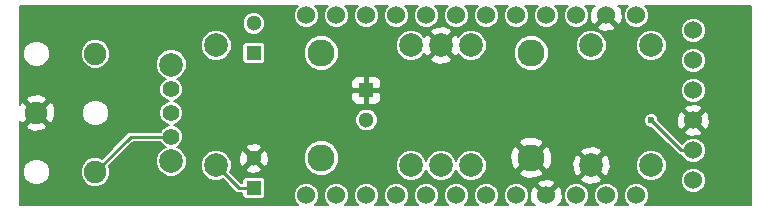
<source format=gbl>
G04 #@! TF.FileFunction,Copper,L2,Bot,Signal*
%FSLAX46Y46*%
G04 Gerber Fmt 4.6, Leading zero omitted, Abs format (unit mm)*
G04 Created by KiCad (PCBNEW no-vcs-found-product) date Thu 23 Jul 2015 04:44:35 PM CDT*
%MOMM*%
G01*
G04 APERTURE LIST*
%ADD10C,0.127000*%
%ADD11R,1.300000X1.300000*%
%ADD12C,1.300000*%
%ADD13C,1.900000*%
%ADD14C,2.286000*%
%ADD15C,1.998980*%
%ADD16C,1.397000*%
%ADD17C,2.000000*%
%ADD18C,1.524000*%
%ADD19C,0.600000*%
%ADD20C,0.250000*%
%ADD21C,0.203200*%
G04 APERTURE END LIST*
D10*
D11*
X151765000Y-120650000D03*
D12*
X151765000Y-118150000D03*
D11*
X151765000Y-109220000D03*
D12*
X151765000Y-106720000D03*
D11*
X161290000Y-112395000D03*
D12*
X161290000Y-114895000D03*
D13*
X133350000Y-114300000D03*
X138350000Y-119300000D03*
X138350000Y-109300000D03*
D14*
X175260000Y-118110000D03*
X175260000Y-109220000D03*
D15*
X185420000Y-118745000D03*
X185420000Y-108585000D03*
X180340000Y-108585000D03*
X180340000Y-118745000D03*
X148590000Y-108585000D03*
X148590000Y-118745000D03*
X165100000Y-118745000D03*
X165100000Y-108585000D03*
X170180000Y-118745000D03*
X170180000Y-108585000D03*
X167640000Y-108585000D03*
X167640000Y-118745000D03*
D16*
X144780000Y-114300000D03*
X144780000Y-116300000D03*
X144780000Y-112300000D03*
D17*
X144780000Y-110200000D03*
X144780000Y-118400000D03*
D18*
X188976000Y-107315000D03*
X188976000Y-109855000D03*
X188976000Y-112395000D03*
X188976000Y-114935000D03*
X188976000Y-117475000D03*
X188976000Y-120015000D03*
X171450000Y-106045000D03*
X168910000Y-106045000D03*
X166370000Y-106045000D03*
X163830000Y-106045000D03*
X161290000Y-106045000D03*
X158750000Y-106045000D03*
X156210000Y-106045000D03*
X173990000Y-106045000D03*
X176530000Y-106045000D03*
X179070000Y-106045000D03*
X181610000Y-106045000D03*
X184150000Y-106045000D03*
X184150000Y-121285000D03*
X181610000Y-121285000D03*
X179070000Y-121285000D03*
X176530000Y-121285000D03*
X173990000Y-121285000D03*
X168910000Y-121285000D03*
X171450000Y-121285000D03*
X166370000Y-121285000D03*
X163830000Y-121285000D03*
X161290000Y-121285000D03*
X158750000Y-121285000D03*
X156210000Y-121285000D03*
D14*
X157480000Y-118110000D03*
X157480000Y-109220000D03*
D19*
X185420000Y-114935000D03*
D20*
X151765000Y-120650000D02*
X150495000Y-120650000D01*
X150495000Y-120650000D02*
X148590000Y-118745000D01*
X144780000Y-116300000D02*
X141350000Y-116300000D01*
X141350000Y-116300000D02*
X138350000Y-119300000D01*
X187960000Y-117475000D02*
X188976000Y-117475000D01*
X185420000Y-114935000D02*
X187960000Y-117475000D01*
D21*
G36*
X155306138Y-105439917D02*
X155143385Y-105831869D01*
X155143015Y-106256269D01*
X155305084Y-106648504D01*
X155604917Y-106948862D01*
X155996869Y-107111615D01*
X156421269Y-107111985D01*
X156813504Y-106949916D01*
X157113862Y-106650083D01*
X157276615Y-106258131D01*
X157276985Y-105833731D01*
X157114916Y-105441496D01*
X156931341Y-105257600D01*
X158028774Y-105257600D01*
X157846138Y-105439917D01*
X157683385Y-105831869D01*
X157683015Y-106256269D01*
X157845084Y-106648504D01*
X158144917Y-106948862D01*
X158536869Y-107111615D01*
X158961269Y-107111985D01*
X159353504Y-106949916D01*
X159653862Y-106650083D01*
X159816615Y-106258131D01*
X159816985Y-105833731D01*
X159654916Y-105441496D01*
X159471341Y-105257600D01*
X160568774Y-105257600D01*
X160386138Y-105439917D01*
X160223385Y-105831869D01*
X160223015Y-106256269D01*
X160385084Y-106648504D01*
X160684917Y-106948862D01*
X161076869Y-107111615D01*
X161501269Y-107111985D01*
X161893504Y-106949916D01*
X162193862Y-106650083D01*
X162356615Y-106258131D01*
X162356985Y-105833731D01*
X162194916Y-105441496D01*
X162011341Y-105257600D01*
X163108774Y-105257600D01*
X162926138Y-105439917D01*
X162763385Y-105831869D01*
X162763015Y-106256269D01*
X162925084Y-106648504D01*
X163224917Y-106948862D01*
X163616869Y-107111615D01*
X164041269Y-107111985D01*
X164433504Y-106949916D01*
X164733862Y-106650083D01*
X164896615Y-106258131D01*
X164896985Y-105833731D01*
X164734916Y-105441496D01*
X164551341Y-105257600D01*
X165648774Y-105257600D01*
X165466138Y-105439917D01*
X165303385Y-105831869D01*
X165303015Y-106256269D01*
X165465084Y-106648504D01*
X165764917Y-106948862D01*
X166156869Y-107111615D01*
X166581269Y-107111985D01*
X166973504Y-106949916D01*
X167273862Y-106650083D01*
X167436615Y-106258131D01*
X167436985Y-105833731D01*
X167274916Y-105441496D01*
X167091341Y-105257600D01*
X168188774Y-105257600D01*
X168006138Y-105439917D01*
X167843385Y-105831869D01*
X167843015Y-106256269D01*
X168005084Y-106648504D01*
X168304917Y-106948862D01*
X168696869Y-107111615D01*
X169121269Y-107111985D01*
X169513504Y-106949916D01*
X169813862Y-106650083D01*
X169976615Y-106258131D01*
X169976985Y-105833731D01*
X169814916Y-105441496D01*
X169631341Y-105257600D01*
X170728774Y-105257600D01*
X170546138Y-105439917D01*
X170383385Y-105831869D01*
X170383015Y-106256269D01*
X170545084Y-106648504D01*
X170844917Y-106948862D01*
X171236869Y-107111615D01*
X171661269Y-107111985D01*
X172053504Y-106949916D01*
X172353862Y-106650083D01*
X172516615Y-106258131D01*
X172516985Y-105833731D01*
X172354916Y-105441496D01*
X172171341Y-105257600D01*
X173268774Y-105257600D01*
X173086138Y-105439917D01*
X172923385Y-105831869D01*
X172923015Y-106256269D01*
X173085084Y-106648504D01*
X173384917Y-106948862D01*
X173776869Y-107111615D01*
X174201269Y-107111985D01*
X174593504Y-106949916D01*
X174893862Y-106650083D01*
X175056615Y-106258131D01*
X175056985Y-105833731D01*
X174894916Y-105441496D01*
X174711341Y-105257600D01*
X175808774Y-105257600D01*
X175626138Y-105439917D01*
X175463385Y-105831869D01*
X175463015Y-106256269D01*
X175625084Y-106648504D01*
X175924917Y-106948862D01*
X176316869Y-107111615D01*
X176741269Y-107111985D01*
X177133504Y-106949916D01*
X177433862Y-106650083D01*
X177596615Y-106258131D01*
X177596985Y-105833731D01*
X177434916Y-105441496D01*
X177251341Y-105257600D01*
X178348774Y-105257600D01*
X178166138Y-105439917D01*
X178003385Y-105831869D01*
X178003015Y-106256269D01*
X178165084Y-106648504D01*
X178464917Y-106948862D01*
X178856869Y-107111615D01*
X179281269Y-107111985D01*
X179486335Y-107027253D01*
X180843273Y-107027253D01*
X180916190Y-107259227D01*
X181433667Y-107432310D01*
X181977990Y-107394186D01*
X182303810Y-107259227D01*
X182376727Y-107027253D01*
X181610000Y-106260526D01*
X180843273Y-107027253D01*
X179486335Y-107027253D01*
X179673504Y-106949916D01*
X179973862Y-106650083D01*
X180136615Y-106258131D01*
X180136985Y-105833731D01*
X179974916Y-105441496D01*
X179791341Y-105257600D01*
X180607071Y-105257600D01*
X180627745Y-105278274D01*
X180395773Y-105351190D01*
X180222690Y-105868667D01*
X180260814Y-106412990D01*
X180395773Y-106738810D01*
X180627747Y-106811727D01*
X181394474Y-106045000D01*
X181380332Y-106030858D01*
X181595858Y-105815332D01*
X181610000Y-105829474D01*
X181624143Y-105815332D01*
X181839669Y-106030858D01*
X181825526Y-106045000D01*
X182592253Y-106811727D01*
X182824227Y-106738810D01*
X182997310Y-106221333D01*
X182959186Y-105677010D01*
X182824227Y-105351190D01*
X182592255Y-105278274D01*
X182612929Y-105257600D01*
X183428774Y-105257600D01*
X183246138Y-105439917D01*
X183083385Y-105831869D01*
X183083015Y-106256269D01*
X183245084Y-106648504D01*
X183544917Y-106948862D01*
X183936869Y-107111615D01*
X184361269Y-107111985D01*
X184753504Y-106949916D01*
X185053862Y-106650083D01*
X185216615Y-106258131D01*
X185216985Y-105833731D01*
X185054916Y-105441496D01*
X184871341Y-105257600D01*
X193827400Y-105257600D01*
X193827400Y-122072400D01*
X184871226Y-122072400D01*
X185053862Y-121890083D01*
X185216615Y-121498131D01*
X185216985Y-121073731D01*
X185054916Y-120681496D01*
X184755083Y-120381138D01*
X184382118Y-120226269D01*
X187909015Y-120226269D01*
X188071084Y-120618504D01*
X188370917Y-120918862D01*
X188762869Y-121081615D01*
X189187269Y-121081985D01*
X189579504Y-120919916D01*
X189879862Y-120620083D01*
X190042615Y-120228131D01*
X190042985Y-119803731D01*
X189880916Y-119411496D01*
X189581083Y-119111138D01*
X189189131Y-118948385D01*
X188764731Y-118948015D01*
X188372496Y-119110084D01*
X188072138Y-119409917D01*
X187909385Y-119801869D01*
X187909015Y-120226269D01*
X184382118Y-120226269D01*
X184363131Y-120218385D01*
X183938731Y-120218015D01*
X183546496Y-120380084D01*
X183246138Y-120679917D01*
X183083385Y-121071869D01*
X183083015Y-121496269D01*
X183245084Y-121888504D01*
X183428659Y-122072400D01*
X182331226Y-122072400D01*
X182513862Y-121890083D01*
X182676615Y-121498131D01*
X182676985Y-121073731D01*
X182514916Y-120681496D01*
X182215083Y-120381138D01*
X181823131Y-120218385D01*
X181398731Y-120218015D01*
X181006496Y-120380084D01*
X180706138Y-120679917D01*
X180543385Y-121071869D01*
X180543015Y-121496269D01*
X180705084Y-121888504D01*
X180888659Y-122072400D01*
X179791226Y-122072400D01*
X179973862Y-121890083D01*
X180136615Y-121498131D01*
X180136985Y-121073731D01*
X179974916Y-120681496D01*
X179675083Y-120381138D01*
X179283131Y-120218385D01*
X178858731Y-120218015D01*
X178466496Y-120380084D01*
X178166138Y-120679917D01*
X178003385Y-121071869D01*
X178003015Y-121496269D01*
X178165084Y-121888504D01*
X178348659Y-122072400D01*
X177532929Y-122072400D01*
X177512255Y-122051726D01*
X177744227Y-121978810D01*
X177917310Y-121461333D01*
X177879186Y-120917010D01*
X177744227Y-120591190D01*
X177512253Y-120518273D01*
X176745526Y-121285000D01*
X176759669Y-121299143D01*
X176544143Y-121514669D01*
X176530000Y-121500526D01*
X176515858Y-121514669D01*
X176300332Y-121299143D01*
X176314474Y-121285000D01*
X175547747Y-120518273D01*
X175315773Y-120591190D01*
X175142690Y-121108667D01*
X175180814Y-121652990D01*
X175315773Y-121978810D01*
X175547745Y-122051726D01*
X175527071Y-122072400D01*
X174711226Y-122072400D01*
X174893862Y-121890083D01*
X175056615Y-121498131D01*
X175056985Y-121073731D01*
X174894916Y-120681496D01*
X174595083Y-120381138D01*
X174406297Y-120302747D01*
X175763273Y-120302747D01*
X176530000Y-121069474D01*
X177296727Y-120302747D01*
X177223810Y-120070773D01*
X176711915Y-119899557D01*
X179400969Y-119899557D01*
X179503136Y-120156124D01*
X180106852Y-120368963D01*
X180746064Y-120334568D01*
X181176864Y-120156124D01*
X181279031Y-119899557D01*
X180340000Y-118960526D01*
X179400969Y-119899557D01*
X176711915Y-119899557D01*
X176706333Y-119897690D01*
X176162010Y-119935814D01*
X175836190Y-120070773D01*
X175763273Y-120302747D01*
X174406297Y-120302747D01*
X174203131Y-120218385D01*
X173778731Y-120218015D01*
X173386496Y-120380084D01*
X173086138Y-120679917D01*
X172923385Y-121071869D01*
X172923015Y-121496269D01*
X173085084Y-121888504D01*
X173268659Y-122072400D01*
X172171226Y-122072400D01*
X172353862Y-121890083D01*
X172516615Y-121498131D01*
X172516985Y-121073731D01*
X172354916Y-120681496D01*
X172055083Y-120381138D01*
X171663131Y-120218385D01*
X171238731Y-120218015D01*
X170846496Y-120380084D01*
X170546138Y-120679917D01*
X170383385Y-121071869D01*
X170383015Y-121496269D01*
X170545084Y-121888504D01*
X170728659Y-122072400D01*
X169631226Y-122072400D01*
X169813862Y-121890083D01*
X169976615Y-121498131D01*
X169976985Y-121073731D01*
X169814916Y-120681496D01*
X169515083Y-120381138D01*
X169123131Y-120218385D01*
X168698731Y-120218015D01*
X168306496Y-120380084D01*
X168006138Y-120679917D01*
X167843385Y-121071869D01*
X167843015Y-121496269D01*
X168005084Y-121888504D01*
X168188659Y-122072400D01*
X167091226Y-122072400D01*
X167273862Y-121890083D01*
X167436615Y-121498131D01*
X167436985Y-121073731D01*
X167274916Y-120681496D01*
X166975083Y-120381138D01*
X166583131Y-120218385D01*
X166158731Y-120218015D01*
X165766496Y-120380084D01*
X165466138Y-120679917D01*
X165303385Y-121071869D01*
X165303015Y-121496269D01*
X165465084Y-121888504D01*
X165648659Y-122072400D01*
X164551226Y-122072400D01*
X164733862Y-121890083D01*
X164896615Y-121498131D01*
X164896985Y-121073731D01*
X164734916Y-120681496D01*
X164435083Y-120381138D01*
X164043131Y-120218385D01*
X163618731Y-120218015D01*
X163226496Y-120380084D01*
X162926138Y-120679917D01*
X162763385Y-121071869D01*
X162763015Y-121496269D01*
X162925084Y-121888504D01*
X163108659Y-122072400D01*
X162011226Y-122072400D01*
X162193862Y-121890083D01*
X162356615Y-121498131D01*
X162356985Y-121073731D01*
X162194916Y-120681496D01*
X161895083Y-120381138D01*
X161503131Y-120218385D01*
X161078731Y-120218015D01*
X160686496Y-120380084D01*
X160386138Y-120679917D01*
X160223385Y-121071869D01*
X160223015Y-121496269D01*
X160385084Y-121888504D01*
X160568659Y-122072400D01*
X159471226Y-122072400D01*
X159653862Y-121890083D01*
X159816615Y-121498131D01*
X159816985Y-121073731D01*
X159654916Y-120681496D01*
X159355083Y-120381138D01*
X158963131Y-120218385D01*
X158538731Y-120218015D01*
X158146496Y-120380084D01*
X157846138Y-120679917D01*
X157683385Y-121071869D01*
X157683015Y-121496269D01*
X157845084Y-121888504D01*
X158028659Y-122072400D01*
X156931226Y-122072400D01*
X157113862Y-121890083D01*
X157276615Y-121498131D01*
X157276985Y-121073731D01*
X157114916Y-120681496D01*
X156815083Y-120381138D01*
X156423131Y-120218385D01*
X155998731Y-120218015D01*
X155606496Y-120380084D01*
X155306138Y-120679917D01*
X155143385Y-121071869D01*
X155143015Y-121496269D01*
X155305084Y-121888504D01*
X155488659Y-122072400D01*
X131927600Y-122072400D01*
X131927600Y-119523745D01*
X132220004Y-119523745D01*
X132391644Y-119939144D01*
X132709184Y-120257239D01*
X133124283Y-120429603D01*
X133573745Y-120429996D01*
X133989144Y-120258356D01*
X134307239Y-119940816D01*
X134470143Y-119548500D01*
X137094983Y-119548500D01*
X137285612Y-120009859D01*
X137638285Y-120363147D01*
X138099310Y-120554582D01*
X138598500Y-120555017D01*
X139059859Y-120364388D01*
X139413147Y-120011715D01*
X139604582Y-119550690D01*
X139605017Y-119051500D01*
X139488448Y-118769380D01*
X141528029Y-116729800D01*
X143872018Y-116729800D01*
X143928948Y-116867581D01*
X144210934Y-117150061D01*
X144299387Y-117186790D01*
X144041856Y-117293199D01*
X143674489Y-117659925D01*
X143475427Y-118139320D01*
X143474974Y-118658402D01*
X143673199Y-119138144D01*
X144039925Y-119505511D01*
X144519320Y-119704573D01*
X145038402Y-119705026D01*
X145518144Y-119506801D01*
X145885511Y-119140075D01*
X145942304Y-119003301D01*
X147285484Y-119003301D01*
X147483632Y-119482856D01*
X147850214Y-119850079D01*
X148329422Y-120049064D01*
X148848301Y-120049516D01*
X149158511Y-119921340D01*
X150191086Y-120953915D01*
X150330523Y-121047083D01*
X150495000Y-121079800D01*
X150804229Y-121079800D01*
X150804229Y-121300000D01*
X150826778Y-121416219D01*
X150893877Y-121518365D01*
X150995173Y-121586741D01*
X151115000Y-121610771D01*
X152415000Y-121610771D01*
X152531219Y-121588222D01*
X152633365Y-121521123D01*
X152701741Y-121419827D01*
X152725771Y-121300000D01*
X152725771Y-120000000D01*
X152703222Y-119883781D01*
X152636123Y-119781635D01*
X152534827Y-119713259D01*
X152415000Y-119689229D01*
X151115000Y-119689229D01*
X150998781Y-119711778D01*
X150896635Y-119778877D01*
X150828259Y-119880173D01*
X150804229Y-120000000D01*
X150804229Y-120220200D01*
X150673029Y-120220200D01*
X149766240Y-119313412D01*
X149875272Y-119050833D01*
X151079693Y-119050833D01*
X151138748Y-119271239D01*
X151615499Y-119425546D01*
X152115009Y-119385663D01*
X152391252Y-119271239D01*
X152450307Y-119050833D01*
X151765000Y-118365526D01*
X151079693Y-119050833D01*
X149875272Y-119050833D01*
X149894064Y-119005578D01*
X149894516Y-118486699D01*
X149696368Y-118007144D01*
X149689735Y-118000499D01*
X150489454Y-118000499D01*
X150529337Y-118500009D01*
X150643761Y-118776252D01*
X150864167Y-118835307D01*
X151549474Y-118150000D01*
X151980526Y-118150000D01*
X152665833Y-118835307D01*
X152886239Y-118776252D01*
X153005823Y-118406782D01*
X155981141Y-118406782D01*
X156208808Y-118957780D01*
X156630003Y-119379710D01*
X157180602Y-119608339D01*
X157776782Y-119608859D01*
X158327780Y-119381192D01*
X158706330Y-119003301D01*
X163795484Y-119003301D01*
X163993632Y-119482856D01*
X164360214Y-119850079D01*
X164839422Y-120049064D01*
X165358301Y-120049516D01*
X165837856Y-119851368D01*
X166205079Y-119484786D01*
X166370161Y-119087226D01*
X166533632Y-119482856D01*
X166900214Y-119850079D01*
X167379422Y-120049064D01*
X167898301Y-120049516D01*
X168377856Y-119851368D01*
X168745079Y-119484786D01*
X168910161Y-119087226D01*
X169073632Y-119482856D01*
X169440214Y-119850079D01*
X169919422Y-120049064D01*
X170438301Y-120049516D01*
X170917856Y-119851368D01*
X171285079Y-119484786D01*
X171333357Y-119368519D01*
X174217007Y-119368519D01*
X174336787Y-119639971D01*
X174992557Y-119876807D01*
X175689043Y-119844663D01*
X176183213Y-119639971D01*
X176302993Y-119368519D01*
X175260000Y-118325526D01*
X174217007Y-119368519D01*
X171333357Y-119368519D01*
X171484064Y-119005578D01*
X171484516Y-118486699D01*
X171286368Y-118007144D01*
X171122068Y-117842557D01*
X173493193Y-117842557D01*
X173525337Y-118539043D01*
X173730029Y-119033213D01*
X174001481Y-119152993D01*
X175044474Y-118110000D01*
X175475526Y-118110000D01*
X176518519Y-119152993D01*
X176789971Y-119033213D01*
X176978264Y-118511852D01*
X178716037Y-118511852D01*
X178750432Y-119151064D01*
X178928876Y-119581864D01*
X179185443Y-119684031D01*
X180124474Y-118745000D01*
X180555526Y-118745000D01*
X181494557Y-119684031D01*
X181751124Y-119581864D01*
X181955095Y-119003301D01*
X184115484Y-119003301D01*
X184313632Y-119482856D01*
X184680214Y-119850079D01*
X185159422Y-120049064D01*
X185678301Y-120049516D01*
X186157856Y-119851368D01*
X186525079Y-119484786D01*
X186724064Y-119005578D01*
X186724516Y-118486699D01*
X186526368Y-118007144D01*
X186159786Y-117639921D01*
X185680578Y-117440936D01*
X185161699Y-117440484D01*
X184682144Y-117638632D01*
X184314921Y-118005214D01*
X184115936Y-118484422D01*
X184115484Y-119003301D01*
X181955095Y-119003301D01*
X181963963Y-118978148D01*
X181929568Y-118338936D01*
X181751124Y-117908136D01*
X181494557Y-117805969D01*
X180555526Y-118745000D01*
X180124474Y-118745000D01*
X180124474Y-118745000D01*
X179185443Y-117805969D01*
X178928876Y-117908136D01*
X178716037Y-118511852D01*
X176978264Y-118511852D01*
X177026807Y-118377443D01*
X176994663Y-117680957D01*
X176957171Y-117590443D01*
X179400969Y-117590443D01*
X180340000Y-118529474D01*
X181279031Y-117590443D01*
X181176864Y-117333876D01*
X180573148Y-117121037D01*
X179933936Y-117155432D01*
X179503136Y-117333876D01*
X179400969Y-117590443D01*
X176957171Y-117590443D01*
X176789971Y-117186787D01*
X176518519Y-117067007D01*
X175475526Y-118110000D01*
X175044474Y-118110000D01*
X175044474Y-118110000D01*
X174001481Y-117067007D01*
X173730029Y-117186787D01*
X173493193Y-117842557D01*
X171122068Y-117842557D01*
X170919786Y-117639921D01*
X170440578Y-117440936D01*
X169921699Y-117440484D01*
X169442144Y-117638632D01*
X169074921Y-118005214D01*
X168909839Y-118402774D01*
X168746368Y-118007144D01*
X168379786Y-117639921D01*
X167900578Y-117440936D01*
X167381699Y-117440484D01*
X166902144Y-117638632D01*
X166534921Y-118005214D01*
X166369839Y-118402774D01*
X166206368Y-118007144D01*
X165839786Y-117639921D01*
X165360578Y-117440936D01*
X164841699Y-117440484D01*
X164362144Y-117638632D01*
X163994921Y-118005214D01*
X163795936Y-118484422D01*
X163795484Y-119003301D01*
X158706330Y-119003301D01*
X158749710Y-118959997D01*
X158978339Y-118409398D01*
X158978859Y-117813218D01*
X158751192Y-117262220D01*
X158341169Y-116851481D01*
X174217007Y-116851481D01*
X175260000Y-117894474D01*
X176302993Y-116851481D01*
X176183213Y-116580029D01*
X175527443Y-116343193D01*
X174830957Y-116375337D01*
X174336787Y-116580029D01*
X174217007Y-116851481D01*
X158341169Y-116851481D01*
X158329997Y-116840290D01*
X157779398Y-116611661D01*
X157183218Y-116611141D01*
X156632220Y-116838808D01*
X156210290Y-117260003D01*
X155981661Y-117810602D01*
X155981141Y-118406782D01*
X153005823Y-118406782D01*
X153040546Y-118299501D01*
X153000663Y-117799991D01*
X152886239Y-117523748D01*
X152665833Y-117464693D01*
X151980526Y-118150000D01*
X151549474Y-118150000D01*
X151549474Y-118150000D01*
X150864167Y-117464693D01*
X150643761Y-117523748D01*
X150489454Y-118000499D01*
X149689735Y-118000499D01*
X149329786Y-117639921D01*
X148850578Y-117440936D01*
X148331699Y-117440484D01*
X147852144Y-117638632D01*
X147484921Y-118005214D01*
X147285936Y-118484422D01*
X147285484Y-119003301D01*
X145942304Y-119003301D01*
X146084573Y-118660680D01*
X146085026Y-118141598D01*
X145886801Y-117661856D01*
X145520075Y-117294489D01*
X145410927Y-117249167D01*
X151079693Y-117249167D01*
X151765000Y-117934474D01*
X152450307Y-117249167D01*
X152391252Y-117028761D01*
X151914501Y-116874454D01*
X151414991Y-116914337D01*
X151138748Y-117028761D01*
X151079693Y-117249167D01*
X145410927Y-117249167D01*
X145260897Y-117186869D01*
X145347581Y-117151052D01*
X145630061Y-116869066D01*
X145783126Y-116500444D01*
X145783474Y-116101307D01*
X145631052Y-115732419D01*
X145349066Y-115449939D01*
X144987538Y-115299819D01*
X145347581Y-115151052D01*
X145414662Y-115084088D01*
X160335034Y-115084088D01*
X160480088Y-115435144D01*
X160748443Y-115703968D01*
X161099245Y-115849634D01*
X161479088Y-115849966D01*
X161830144Y-115704912D01*
X162098968Y-115436557D01*
X162244634Y-115085755D01*
X162244661Y-115054774D01*
X184815095Y-115054774D01*
X184906976Y-115277144D01*
X185076961Y-115447426D01*
X185299170Y-115539695D01*
X185416970Y-115539798D01*
X187656085Y-117778914D01*
X187795522Y-117872083D01*
X187822811Y-117877511D01*
X187960000Y-117904800D01*
X187999311Y-117904800D01*
X188071084Y-118078504D01*
X188370917Y-118378862D01*
X188762869Y-118541615D01*
X189187269Y-118541985D01*
X189579504Y-118379916D01*
X189879862Y-118080083D01*
X190042615Y-117688131D01*
X190042985Y-117263731D01*
X189880916Y-116871496D01*
X189581083Y-116571138D01*
X189189131Y-116408385D01*
X188764731Y-116408015D01*
X188372496Y-116570084D01*
X188072138Y-116869917D01*
X188040042Y-116947213D01*
X187010081Y-115917253D01*
X188209273Y-115917253D01*
X188282190Y-116149227D01*
X188799667Y-116322310D01*
X189343990Y-116284186D01*
X189669810Y-116149227D01*
X189742727Y-115917253D01*
X188976000Y-115150526D01*
X188209273Y-115917253D01*
X187010081Y-115917253D01*
X186024803Y-114931975D01*
X186024905Y-114815226D01*
X186001535Y-114758667D01*
X187588690Y-114758667D01*
X187626814Y-115302990D01*
X187761773Y-115628810D01*
X187993747Y-115701727D01*
X188760474Y-114935000D01*
X189191526Y-114935000D01*
X189958253Y-115701727D01*
X190190227Y-115628810D01*
X190363310Y-115111333D01*
X190325186Y-114567010D01*
X190190227Y-114241190D01*
X189958253Y-114168273D01*
X189191526Y-114935000D01*
X188760474Y-114935000D01*
X188760474Y-114935000D01*
X187993747Y-114168273D01*
X187761773Y-114241190D01*
X187588690Y-114758667D01*
X186001535Y-114758667D01*
X185933024Y-114592856D01*
X185763039Y-114422574D01*
X185540830Y-114330305D01*
X185300226Y-114330095D01*
X185077856Y-114421976D01*
X184907574Y-114591961D01*
X184815305Y-114814170D01*
X184815095Y-115054774D01*
X162244661Y-115054774D01*
X162244966Y-114705912D01*
X162099912Y-114354856D01*
X161831557Y-114086032D01*
X161510572Y-113952747D01*
X188209273Y-113952747D01*
X188976000Y-114719474D01*
X189742727Y-113952747D01*
X189669810Y-113720773D01*
X189152333Y-113547690D01*
X188608010Y-113585814D01*
X188282190Y-113720773D01*
X188209273Y-113952747D01*
X161510572Y-113952747D01*
X161480755Y-113940366D01*
X161100912Y-113940034D01*
X160749856Y-114085088D01*
X160481032Y-114353443D01*
X160335366Y-114704245D01*
X160335034Y-115084088D01*
X145414662Y-115084088D01*
X145630061Y-114869066D01*
X145783126Y-114500444D01*
X145783474Y-114101307D01*
X145631052Y-113732419D01*
X145349066Y-113449939D01*
X144987538Y-113299819D01*
X145347581Y-113151052D01*
X145630061Y-112869066D01*
X145700346Y-112699800D01*
X160030400Y-112699800D01*
X160030400Y-113166257D01*
X160123206Y-113390311D01*
X160294689Y-113561794D01*
X160518743Y-113654600D01*
X160985200Y-113654600D01*
X161137600Y-113502200D01*
X161137600Y-112547400D01*
X161442400Y-112547400D01*
X161442400Y-113502200D01*
X161594800Y-113654600D01*
X162061257Y-113654600D01*
X162285311Y-113561794D01*
X162456794Y-113390311D01*
X162549600Y-113166257D01*
X162549600Y-112699800D01*
X162456069Y-112606269D01*
X187909015Y-112606269D01*
X188071084Y-112998504D01*
X188370917Y-113298862D01*
X188762869Y-113461615D01*
X189187269Y-113461985D01*
X189579504Y-113299916D01*
X189879862Y-113000083D01*
X190042615Y-112608131D01*
X190042985Y-112183731D01*
X189880916Y-111791496D01*
X189581083Y-111491138D01*
X189189131Y-111328385D01*
X188764731Y-111328015D01*
X188372496Y-111490084D01*
X188072138Y-111789917D01*
X187909385Y-112181869D01*
X187909015Y-112606269D01*
X162456069Y-112606269D01*
X162397200Y-112547400D01*
X161442400Y-112547400D01*
X161137600Y-112547400D01*
X161137600Y-112547400D01*
X160182800Y-112547400D01*
X160030400Y-112699800D01*
X145700346Y-112699800D01*
X145783126Y-112500444D01*
X145783474Y-112101307D01*
X145631052Y-111732419D01*
X145522566Y-111623743D01*
X160030400Y-111623743D01*
X160030400Y-112090200D01*
X160182800Y-112242600D01*
X161137600Y-112242600D01*
X161137600Y-111287800D01*
X161442400Y-111287800D01*
X161442400Y-112242600D01*
X162397200Y-112242600D01*
X162549600Y-112090200D01*
X162549600Y-111623743D01*
X162456794Y-111399689D01*
X162285311Y-111228206D01*
X162061257Y-111135400D01*
X161594800Y-111135400D01*
X161442400Y-111287800D01*
X161137600Y-111287800D01*
X161137600Y-111287800D01*
X160985200Y-111135400D01*
X160518743Y-111135400D01*
X160294689Y-111228206D01*
X160123206Y-111399689D01*
X160030400Y-111623743D01*
X145522566Y-111623743D01*
X145349066Y-111449939D01*
X145260613Y-111413210D01*
X145518144Y-111306801D01*
X145885511Y-110940075D01*
X146084573Y-110460680D01*
X146085026Y-109941598D01*
X145886801Y-109461856D01*
X145520075Y-109094489D01*
X145040680Y-108895427D01*
X144521598Y-108894974D01*
X144041856Y-109093199D01*
X143674489Y-109459925D01*
X143475427Y-109939320D01*
X143474974Y-110458402D01*
X143673199Y-110938144D01*
X144039925Y-111305511D01*
X144299103Y-111413131D01*
X144212419Y-111448948D01*
X143929939Y-111730934D01*
X143776874Y-112099556D01*
X143776526Y-112498693D01*
X143928948Y-112867581D01*
X144210934Y-113150061D01*
X144572462Y-113300181D01*
X144212419Y-113448948D01*
X143929939Y-113730934D01*
X143776874Y-114099556D01*
X143776526Y-114498693D01*
X143928948Y-114867581D01*
X144210934Y-115150061D01*
X144572462Y-115300181D01*
X144212419Y-115448948D01*
X143929939Y-115730934D01*
X143872111Y-115870200D01*
X141350000Y-115870200D01*
X141185523Y-115902917D01*
X141046086Y-115996085D01*
X138880547Y-118161625D01*
X138600690Y-118045418D01*
X138101500Y-118044983D01*
X137640141Y-118235612D01*
X137286853Y-118588285D01*
X137095418Y-119049310D01*
X137094983Y-119548500D01*
X134470143Y-119548500D01*
X134479603Y-119525717D01*
X134479996Y-119076255D01*
X134308356Y-118660856D01*
X133990816Y-118342761D01*
X133575717Y-118170397D01*
X133126255Y-118170004D01*
X132710856Y-118341644D01*
X132392761Y-118659184D01*
X132220397Y-119074283D01*
X132220004Y-119523745D01*
X131927600Y-119523745D01*
X131927600Y-115418681D01*
X132446845Y-115418681D01*
X132542927Y-115670118D01*
X133128683Y-115874677D01*
X133748132Y-115839506D01*
X134157073Y-115670118D01*
X134253155Y-115418681D01*
X133350000Y-114515526D01*
X132446845Y-115418681D01*
X131927600Y-115418681D01*
X131927600Y-114980852D01*
X131979882Y-115107073D01*
X132231319Y-115203155D01*
X133134474Y-114300000D01*
X133565526Y-114300000D01*
X134468681Y-115203155D01*
X134720118Y-115107073D01*
X134923829Y-114523745D01*
X137220004Y-114523745D01*
X137391644Y-114939144D01*
X137709184Y-115257239D01*
X138124283Y-115429603D01*
X138573745Y-115429996D01*
X138989144Y-115258356D01*
X139307239Y-114940816D01*
X139479603Y-114525717D01*
X139479996Y-114076255D01*
X139308356Y-113660856D01*
X138990816Y-113342761D01*
X138575717Y-113170397D01*
X138126255Y-113170004D01*
X137710856Y-113341644D01*
X137392761Y-113659184D01*
X137220397Y-114074283D01*
X137220004Y-114523745D01*
X134923829Y-114523745D01*
X134924677Y-114521317D01*
X134889506Y-113901868D01*
X134720118Y-113492927D01*
X134468681Y-113396845D01*
X133565526Y-114300000D01*
X133134474Y-114300000D01*
X133134474Y-114300000D01*
X132231319Y-113396845D01*
X131979882Y-113492927D01*
X131927600Y-113642637D01*
X131927600Y-113181319D01*
X132446845Y-113181319D01*
X133350000Y-114084474D01*
X134253155Y-113181319D01*
X134157073Y-112929882D01*
X133571317Y-112725323D01*
X132951868Y-112760494D01*
X132542927Y-112929882D01*
X132446845Y-113181319D01*
X131927600Y-113181319D01*
X131927600Y-109523745D01*
X132220004Y-109523745D01*
X132391644Y-109939144D01*
X132709184Y-110257239D01*
X133124283Y-110429603D01*
X133573745Y-110429996D01*
X133989144Y-110258356D01*
X134307239Y-109940816D01*
X134470143Y-109548500D01*
X137094983Y-109548500D01*
X137285612Y-110009859D01*
X137638285Y-110363147D01*
X138099310Y-110554582D01*
X138598500Y-110555017D01*
X139059859Y-110364388D01*
X139413147Y-110011715D01*
X139604582Y-109550690D01*
X139605017Y-109051500D01*
X139518991Y-108843301D01*
X147285484Y-108843301D01*
X147483632Y-109322856D01*
X147850214Y-109690079D01*
X148329422Y-109889064D01*
X148848301Y-109889516D01*
X149327856Y-109691368D01*
X149695079Y-109324786D01*
X149894064Y-108845578D01*
X149894304Y-108570000D01*
X150804229Y-108570000D01*
X150804229Y-109870000D01*
X150826778Y-109986219D01*
X150893877Y-110088365D01*
X150995173Y-110156741D01*
X151115000Y-110180771D01*
X152415000Y-110180771D01*
X152531219Y-110158222D01*
X152633365Y-110091123D01*
X152701741Y-109989827D01*
X152725771Y-109870000D01*
X152725771Y-109516782D01*
X155981141Y-109516782D01*
X156208808Y-110067780D01*
X156630003Y-110489710D01*
X157180602Y-110718339D01*
X157776782Y-110718859D01*
X158327780Y-110491192D01*
X158749710Y-110069997D01*
X158978339Y-109519398D01*
X158978859Y-108923218D01*
X158945838Y-108843301D01*
X163795484Y-108843301D01*
X163993632Y-109322856D01*
X164360214Y-109690079D01*
X164839422Y-109889064D01*
X165358301Y-109889516D01*
X165721230Y-109739557D01*
X166700969Y-109739557D01*
X166803136Y-109996124D01*
X167406852Y-110208963D01*
X168046064Y-110174568D01*
X168476864Y-109996124D01*
X168579031Y-109739557D01*
X167640000Y-108800526D01*
X166700969Y-109739557D01*
X165721230Y-109739557D01*
X165837856Y-109691368D01*
X166193466Y-109336378D01*
X166228876Y-109421864D01*
X166485443Y-109524031D01*
X167424474Y-108585000D01*
X167855526Y-108585000D01*
X168794557Y-109524031D01*
X169051124Y-109421864D01*
X169082794Y-109332034D01*
X169440214Y-109690079D01*
X169919422Y-109889064D01*
X170438301Y-109889516D01*
X170917856Y-109691368D01*
X171092747Y-109516782D01*
X173761141Y-109516782D01*
X173988808Y-110067780D01*
X174410003Y-110489710D01*
X174960602Y-110718339D01*
X175556782Y-110718859D01*
X176107780Y-110491192D01*
X176529710Y-110069997D01*
X176531258Y-110066269D01*
X187909015Y-110066269D01*
X188071084Y-110458504D01*
X188370917Y-110758862D01*
X188762869Y-110921615D01*
X189187269Y-110921985D01*
X189579504Y-110759916D01*
X189879862Y-110460083D01*
X190042615Y-110068131D01*
X190042985Y-109643731D01*
X189880916Y-109251496D01*
X189581083Y-108951138D01*
X189189131Y-108788385D01*
X188764731Y-108788015D01*
X188372496Y-108950084D01*
X188072138Y-109249917D01*
X187909385Y-109641869D01*
X187909015Y-110066269D01*
X176531258Y-110066269D01*
X176758339Y-109519398D01*
X176758859Y-108923218D01*
X176725838Y-108843301D01*
X179035484Y-108843301D01*
X179233632Y-109322856D01*
X179600214Y-109690079D01*
X180079422Y-109889064D01*
X180598301Y-109889516D01*
X181077856Y-109691368D01*
X181445079Y-109324786D01*
X181644064Y-108845578D01*
X181644066Y-108843301D01*
X184115484Y-108843301D01*
X184313632Y-109322856D01*
X184680214Y-109690079D01*
X185159422Y-109889064D01*
X185678301Y-109889516D01*
X186157856Y-109691368D01*
X186525079Y-109324786D01*
X186724064Y-108845578D01*
X186724516Y-108326699D01*
X186526368Y-107847144D01*
X186206053Y-107526269D01*
X187909015Y-107526269D01*
X188071084Y-107918504D01*
X188370917Y-108218862D01*
X188762869Y-108381615D01*
X189187269Y-108381985D01*
X189579504Y-108219916D01*
X189879862Y-107920083D01*
X190042615Y-107528131D01*
X190042985Y-107103731D01*
X189880916Y-106711496D01*
X189581083Y-106411138D01*
X189189131Y-106248385D01*
X188764731Y-106248015D01*
X188372496Y-106410084D01*
X188072138Y-106709917D01*
X187909385Y-107101869D01*
X187909015Y-107526269D01*
X186206053Y-107526269D01*
X186159786Y-107479921D01*
X185680578Y-107280936D01*
X185161699Y-107280484D01*
X184682144Y-107478632D01*
X184314921Y-107845214D01*
X184115936Y-108324422D01*
X184115484Y-108843301D01*
X181644066Y-108843301D01*
X181644516Y-108326699D01*
X181446368Y-107847144D01*
X181079786Y-107479921D01*
X180600578Y-107280936D01*
X180081699Y-107280484D01*
X179602144Y-107478632D01*
X179234921Y-107845214D01*
X179035936Y-108324422D01*
X179035484Y-108843301D01*
X176725838Y-108843301D01*
X176531192Y-108372220D01*
X176109997Y-107950290D01*
X175559398Y-107721661D01*
X174963218Y-107721141D01*
X174412220Y-107948808D01*
X173990290Y-108370003D01*
X173761661Y-108920602D01*
X173761141Y-109516782D01*
X171092747Y-109516782D01*
X171285079Y-109324786D01*
X171484064Y-108845578D01*
X171484516Y-108326699D01*
X171286368Y-107847144D01*
X170919786Y-107479921D01*
X170440578Y-107280936D01*
X169921699Y-107280484D01*
X169442144Y-107478632D01*
X169086534Y-107833622D01*
X169051124Y-107748136D01*
X168794557Y-107645969D01*
X167855526Y-108585000D01*
X167424474Y-108585000D01*
X167424474Y-108585000D01*
X166485443Y-107645969D01*
X166228876Y-107748136D01*
X166197206Y-107837966D01*
X165839786Y-107479921D01*
X165720630Y-107430443D01*
X166700969Y-107430443D01*
X167640000Y-108369474D01*
X168579031Y-107430443D01*
X168476864Y-107173876D01*
X167873148Y-106961037D01*
X167233936Y-106995432D01*
X166803136Y-107173876D01*
X166700969Y-107430443D01*
X165720630Y-107430443D01*
X165360578Y-107280936D01*
X164841699Y-107280484D01*
X164362144Y-107478632D01*
X163994921Y-107845214D01*
X163795936Y-108324422D01*
X163795484Y-108843301D01*
X158945838Y-108843301D01*
X158751192Y-108372220D01*
X158329997Y-107950290D01*
X157779398Y-107721661D01*
X157183218Y-107721141D01*
X156632220Y-107948808D01*
X156210290Y-108370003D01*
X155981661Y-108920602D01*
X155981141Y-109516782D01*
X152725771Y-109516782D01*
X152725771Y-108570000D01*
X152703222Y-108453781D01*
X152636123Y-108351635D01*
X152534827Y-108283259D01*
X152415000Y-108259229D01*
X151115000Y-108259229D01*
X150998781Y-108281778D01*
X150896635Y-108348877D01*
X150828259Y-108450173D01*
X150804229Y-108570000D01*
X149894304Y-108570000D01*
X149894516Y-108326699D01*
X149696368Y-107847144D01*
X149329786Y-107479921D01*
X148850578Y-107280936D01*
X148331699Y-107280484D01*
X147852144Y-107478632D01*
X147484921Y-107845214D01*
X147285936Y-108324422D01*
X147285484Y-108843301D01*
X139518991Y-108843301D01*
X139414388Y-108590141D01*
X139061715Y-108236853D01*
X138600690Y-108045418D01*
X138101500Y-108044983D01*
X137640141Y-108235612D01*
X137286853Y-108588285D01*
X137095418Y-109049310D01*
X137094983Y-109548500D01*
X134470143Y-109548500D01*
X134479603Y-109525717D01*
X134479996Y-109076255D01*
X134308356Y-108660856D01*
X133990816Y-108342761D01*
X133575717Y-108170397D01*
X133126255Y-108170004D01*
X132710856Y-108341644D01*
X132392761Y-108659184D01*
X132220397Y-109074283D01*
X132220004Y-109523745D01*
X131927600Y-109523745D01*
X131927600Y-106909088D01*
X150810034Y-106909088D01*
X150955088Y-107260144D01*
X151223443Y-107528968D01*
X151574245Y-107674634D01*
X151954088Y-107674966D01*
X152305144Y-107529912D01*
X152573968Y-107261557D01*
X152719634Y-106910755D01*
X152719966Y-106530912D01*
X152574912Y-106179856D01*
X152306557Y-105911032D01*
X151955755Y-105765366D01*
X151575912Y-105765034D01*
X151224856Y-105910088D01*
X150956032Y-106178443D01*
X150810366Y-106529245D01*
X150810034Y-106909088D01*
X131927600Y-106909088D01*
X131927600Y-105257600D01*
X155488774Y-105257600D01*
X155306138Y-105439917D01*
X155306138Y-105439917D01*
G37*
X155306138Y-105439917D02*
X155143385Y-105831869D01*
X155143015Y-106256269D01*
X155305084Y-106648504D01*
X155604917Y-106948862D01*
X155996869Y-107111615D01*
X156421269Y-107111985D01*
X156813504Y-106949916D01*
X157113862Y-106650083D01*
X157276615Y-106258131D01*
X157276985Y-105833731D01*
X157114916Y-105441496D01*
X156931341Y-105257600D01*
X158028774Y-105257600D01*
X157846138Y-105439917D01*
X157683385Y-105831869D01*
X157683015Y-106256269D01*
X157845084Y-106648504D01*
X158144917Y-106948862D01*
X158536869Y-107111615D01*
X158961269Y-107111985D01*
X159353504Y-106949916D01*
X159653862Y-106650083D01*
X159816615Y-106258131D01*
X159816985Y-105833731D01*
X159654916Y-105441496D01*
X159471341Y-105257600D01*
X160568774Y-105257600D01*
X160386138Y-105439917D01*
X160223385Y-105831869D01*
X160223015Y-106256269D01*
X160385084Y-106648504D01*
X160684917Y-106948862D01*
X161076869Y-107111615D01*
X161501269Y-107111985D01*
X161893504Y-106949916D01*
X162193862Y-106650083D01*
X162356615Y-106258131D01*
X162356985Y-105833731D01*
X162194916Y-105441496D01*
X162011341Y-105257600D01*
X163108774Y-105257600D01*
X162926138Y-105439917D01*
X162763385Y-105831869D01*
X162763015Y-106256269D01*
X162925084Y-106648504D01*
X163224917Y-106948862D01*
X163616869Y-107111615D01*
X164041269Y-107111985D01*
X164433504Y-106949916D01*
X164733862Y-106650083D01*
X164896615Y-106258131D01*
X164896985Y-105833731D01*
X164734916Y-105441496D01*
X164551341Y-105257600D01*
X165648774Y-105257600D01*
X165466138Y-105439917D01*
X165303385Y-105831869D01*
X165303015Y-106256269D01*
X165465084Y-106648504D01*
X165764917Y-106948862D01*
X166156869Y-107111615D01*
X166581269Y-107111985D01*
X166973504Y-106949916D01*
X167273862Y-106650083D01*
X167436615Y-106258131D01*
X167436985Y-105833731D01*
X167274916Y-105441496D01*
X167091341Y-105257600D01*
X168188774Y-105257600D01*
X168006138Y-105439917D01*
X167843385Y-105831869D01*
X167843015Y-106256269D01*
X168005084Y-106648504D01*
X168304917Y-106948862D01*
X168696869Y-107111615D01*
X169121269Y-107111985D01*
X169513504Y-106949916D01*
X169813862Y-106650083D01*
X169976615Y-106258131D01*
X169976985Y-105833731D01*
X169814916Y-105441496D01*
X169631341Y-105257600D01*
X170728774Y-105257600D01*
X170546138Y-105439917D01*
X170383385Y-105831869D01*
X170383015Y-106256269D01*
X170545084Y-106648504D01*
X170844917Y-106948862D01*
X171236869Y-107111615D01*
X171661269Y-107111985D01*
X172053504Y-106949916D01*
X172353862Y-106650083D01*
X172516615Y-106258131D01*
X172516985Y-105833731D01*
X172354916Y-105441496D01*
X172171341Y-105257600D01*
X173268774Y-105257600D01*
X173086138Y-105439917D01*
X172923385Y-105831869D01*
X172923015Y-106256269D01*
X173085084Y-106648504D01*
X173384917Y-106948862D01*
X173776869Y-107111615D01*
X174201269Y-107111985D01*
X174593504Y-106949916D01*
X174893862Y-106650083D01*
X175056615Y-106258131D01*
X175056985Y-105833731D01*
X174894916Y-105441496D01*
X174711341Y-105257600D01*
X175808774Y-105257600D01*
X175626138Y-105439917D01*
X175463385Y-105831869D01*
X175463015Y-106256269D01*
X175625084Y-106648504D01*
X175924917Y-106948862D01*
X176316869Y-107111615D01*
X176741269Y-107111985D01*
X177133504Y-106949916D01*
X177433862Y-106650083D01*
X177596615Y-106258131D01*
X177596985Y-105833731D01*
X177434916Y-105441496D01*
X177251341Y-105257600D01*
X178348774Y-105257600D01*
X178166138Y-105439917D01*
X178003385Y-105831869D01*
X178003015Y-106256269D01*
X178165084Y-106648504D01*
X178464917Y-106948862D01*
X178856869Y-107111615D01*
X179281269Y-107111985D01*
X179486335Y-107027253D01*
X180843273Y-107027253D01*
X180916190Y-107259227D01*
X181433667Y-107432310D01*
X181977990Y-107394186D01*
X182303810Y-107259227D01*
X182376727Y-107027253D01*
X181610000Y-106260526D01*
X180843273Y-107027253D01*
X179486335Y-107027253D01*
X179673504Y-106949916D01*
X179973862Y-106650083D01*
X180136615Y-106258131D01*
X180136985Y-105833731D01*
X179974916Y-105441496D01*
X179791341Y-105257600D01*
X180607071Y-105257600D01*
X180627745Y-105278274D01*
X180395773Y-105351190D01*
X180222690Y-105868667D01*
X180260814Y-106412990D01*
X180395773Y-106738810D01*
X180627747Y-106811727D01*
X181394474Y-106045000D01*
X181380332Y-106030858D01*
X181595858Y-105815332D01*
X181610000Y-105829474D01*
X181624143Y-105815332D01*
X181839669Y-106030858D01*
X181825526Y-106045000D01*
X182592253Y-106811727D01*
X182824227Y-106738810D01*
X182997310Y-106221333D01*
X182959186Y-105677010D01*
X182824227Y-105351190D01*
X182592255Y-105278274D01*
X182612929Y-105257600D01*
X183428774Y-105257600D01*
X183246138Y-105439917D01*
X183083385Y-105831869D01*
X183083015Y-106256269D01*
X183245084Y-106648504D01*
X183544917Y-106948862D01*
X183936869Y-107111615D01*
X184361269Y-107111985D01*
X184753504Y-106949916D01*
X185053862Y-106650083D01*
X185216615Y-106258131D01*
X185216985Y-105833731D01*
X185054916Y-105441496D01*
X184871341Y-105257600D01*
X193827400Y-105257600D01*
X193827400Y-122072400D01*
X184871226Y-122072400D01*
X185053862Y-121890083D01*
X185216615Y-121498131D01*
X185216985Y-121073731D01*
X185054916Y-120681496D01*
X184755083Y-120381138D01*
X184382118Y-120226269D01*
X187909015Y-120226269D01*
X188071084Y-120618504D01*
X188370917Y-120918862D01*
X188762869Y-121081615D01*
X189187269Y-121081985D01*
X189579504Y-120919916D01*
X189879862Y-120620083D01*
X190042615Y-120228131D01*
X190042985Y-119803731D01*
X189880916Y-119411496D01*
X189581083Y-119111138D01*
X189189131Y-118948385D01*
X188764731Y-118948015D01*
X188372496Y-119110084D01*
X188072138Y-119409917D01*
X187909385Y-119801869D01*
X187909015Y-120226269D01*
X184382118Y-120226269D01*
X184363131Y-120218385D01*
X183938731Y-120218015D01*
X183546496Y-120380084D01*
X183246138Y-120679917D01*
X183083385Y-121071869D01*
X183083015Y-121496269D01*
X183245084Y-121888504D01*
X183428659Y-122072400D01*
X182331226Y-122072400D01*
X182513862Y-121890083D01*
X182676615Y-121498131D01*
X182676985Y-121073731D01*
X182514916Y-120681496D01*
X182215083Y-120381138D01*
X181823131Y-120218385D01*
X181398731Y-120218015D01*
X181006496Y-120380084D01*
X180706138Y-120679917D01*
X180543385Y-121071869D01*
X180543015Y-121496269D01*
X180705084Y-121888504D01*
X180888659Y-122072400D01*
X179791226Y-122072400D01*
X179973862Y-121890083D01*
X180136615Y-121498131D01*
X180136985Y-121073731D01*
X179974916Y-120681496D01*
X179675083Y-120381138D01*
X179283131Y-120218385D01*
X178858731Y-120218015D01*
X178466496Y-120380084D01*
X178166138Y-120679917D01*
X178003385Y-121071869D01*
X178003015Y-121496269D01*
X178165084Y-121888504D01*
X178348659Y-122072400D01*
X177532929Y-122072400D01*
X177512255Y-122051726D01*
X177744227Y-121978810D01*
X177917310Y-121461333D01*
X177879186Y-120917010D01*
X177744227Y-120591190D01*
X177512253Y-120518273D01*
X176745526Y-121285000D01*
X176759669Y-121299143D01*
X176544143Y-121514669D01*
X176530000Y-121500526D01*
X176515858Y-121514669D01*
X176300332Y-121299143D01*
X176314474Y-121285000D01*
X175547747Y-120518273D01*
X175315773Y-120591190D01*
X175142690Y-121108667D01*
X175180814Y-121652990D01*
X175315773Y-121978810D01*
X175547745Y-122051726D01*
X175527071Y-122072400D01*
X174711226Y-122072400D01*
X174893862Y-121890083D01*
X175056615Y-121498131D01*
X175056985Y-121073731D01*
X174894916Y-120681496D01*
X174595083Y-120381138D01*
X174406297Y-120302747D01*
X175763273Y-120302747D01*
X176530000Y-121069474D01*
X177296727Y-120302747D01*
X177223810Y-120070773D01*
X176711915Y-119899557D01*
X179400969Y-119899557D01*
X179503136Y-120156124D01*
X180106852Y-120368963D01*
X180746064Y-120334568D01*
X181176864Y-120156124D01*
X181279031Y-119899557D01*
X180340000Y-118960526D01*
X179400969Y-119899557D01*
X176711915Y-119899557D01*
X176706333Y-119897690D01*
X176162010Y-119935814D01*
X175836190Y-120070773D01*
X175763273Y-120302747D01*
X174406297Y-120302747D01*
X174203131Y-120218385D01*
X173778731Y-120218015D01*
X173386496Y-120380084D01*
X173086138Y-120679917D01*
X172923385Y-121071869D01*
X172923015Y-121496269D01*
X173085084Y-121888504D01*
X173268659Y-122072400D01*
X172171226Y-122072400D01*
X172353862Y-121890083D01*
X172516615Y-121498131D01*
X172516985Y-121073731D01*
X172354916Y-120681496D01*
X172055083Y-120381138D01*
X171663131Y-120218385D01*
X171238731Y-120218015D01*
X170846496Y-120380084D01*
X170546138Y-120679917D01*
X170383385Y-121071869D01*
X170383015Y-121496269D01*
X170545084Y-121888504D01*
X170728659Y-122072400D01*
X169631226Y-122072400D01*
X169813862Y-121890083D01*
X169976615Y-121498131D01*
X169976985Y-121073731D01*
X169814916Y-120681496D01*
X169515083Y-120381138D01*
X169123131Y-120218385D01*
X168698731Y-120218015D01*
X168306496Y-120380084D01*
X168006138Y-120679917D01*
X167843385Y-121071869D01*
X167843015Y-121496269D01*
X168005084Y-121888504D01*
X168188659Y-122072400D01*
X167091226Y-122072400D01*
X167273862Y-121890083D01*
X167436615Y-121498131D01*
X167436985Y-121073731D01*
X167274916Y-120681496D01*
X166975083Y-120381138D01*
X166583131Y-120218385D01*
X166158731Y-120218015D01*
X165766496Y-120380084D01*
X165466138Y-120679917D01*
X165303385Y-121071869D01*
X165303015Y-121496269D01*
X165465084Y-121888504D01*
X165648659Y-122072400D01*
X164551226Y-122072400D01*
X164733862Y-121890083D01*
X164896615Y-121498131D01*
X164896985Y-121073731D01*
X164734916Y-120681496D01*
X164435083Y-120381138D01*
X164043131Y-120218385D01*
X163618731Y-120218015D01*
X163226496Y-120380084D01*
X162926138Y-120679917D01*
X162763385Y-121071869D01*
X162763015Y-121496269D01*
X162925084Y-121888504D01*
X163108659Y-122072400D01*
X162011226Y-122072400D01*
X162193862Y-121890083D01*
X162356615Y-121498131D01*
X162356985Y-121073731D01*
X162194916Y-120681496D01*
X161895083Y-120381138D01*
X161503131Y-120218385D01*
X161078731Y-120218015D01*
X160686496Y-120380084D01*
X160386138Y-120679917D01*
X160223385Y-121071869D01*
X160223015Y-121496269D01*
X160385084Y-121888504D01*
X160568659Y-122072400D01*
X159471226Y-122072400D01*
X159653862Y-121890083D01*
X159816615Y-121498131D01*
X159816985Y-121073731D01*
X159654916Y-120681496D01*
X159355083Y-120381138D01*
X158963131Y-120218385D01*
X158538731Y-120218015D01*
X158146496Y-120380084D01*
X157846138Y-120679917D01*
X157683385Y-121071869D01*
X157683015Y-121496269D01*
X157845084Y-121888504D01*
X158028659Y-122072400D01*
X156931226Y-122072400D01*
X157113862Y-121890083D01*
X157276615Y-121498131D01*
X157276985Y-121073731D01*
X157114916Y-120681496D01*
X156815083Y-120381138D01*
X156423131Y-120218385D01*
X155998731Y-120218015D01*
X155606496Y-120380084D01*
X155306138Y-120679917D01*
X155143385Y-121071869D01*
X155143015Y-121496269D01*
X155305084Y-121888504D01*
X155488659Y-122072400D01*
X131927600Y-122072400D01*
X131927600Y-119523745D01*
X132220004Y-119523745D01*
X132391644Y-119939144D01*
X132709184Y-120257239D01*
X133124283Y-120429603D01*
X133573745Y-120429996D01*
X133989144Y-120258356D01*
X134307239Y-119940816D01*
X134470143Y-119548500D01*
X137094983Y-119548500D01*
X137285612Y-120009859D01*
X137638285Y-120363147D01*
X138099310Y-120554582D01*
X138598500Y-120555017D01*
X139059859Y-120364388D01*
X139413147Y-120011715D01*
X139604582Y-119550690D01*
X139605017Y-119051500D01*
X139488448Y-118769380D01*
X141528029Y-116729800D01*
X143872018Y-116729800D01*
X143928948Y-116867581D01*
X144210934Y-117150061D01*
X144299387Y-117186790D01*
X144041856Y-117293199D01*
X143674489Y-117659925D01*
X143475427Y-118139320D01*
X143474974Y-118658402D01*
X143673199Y-119138144D01*
X144039925Y-119505511D01*
X144519320Y-119704573D01*
X145038402Y-119705026D01*
X145518144Y-119506801D01*
X145885511Y-119140075D01*
X145942304Y-119003301D01*
X147285484Y-119003301D01*
X147483632Y-119482856D01*
X147850214Y-119850079D01*
X148329422Y-120049064D01*
X148848301Y-120049516D01*
X149158511Y-119921340D01*
X150191086Y-120953915D01*
X150330523Y-121047083D01*
X150495000Y-121079800D01*
X150804229Y-121079800D01*
X150804229Y-121300000D01*
X150826778Y-121416219D01*
X150893877Y-121518365D01*
X150995173Y-121586741D01*
X151115000Y-121610771D01*
X152415000Y-121610771D01*
X152531219Y-121588222D01*
X152633365Y-121521123D01*
X152701741Y-121419827D01*
X152725771Y-121300000D01*
X152725771Y-120000000D01*
X152703222Y-119883781D01*
X152636123Y-119781635D01*
X152534827Y-119713259D01*
X152415000Y-119689229D01*
X151115000Y-119689229D01*
X150998781Y-119711778D01*
X150896635Y-119778877D01*
X150828259Y-119880173D01*
X150804229Y-120000000D01*
X150804229Y-120220200D01*
X150673029Y-120220200D01*
X149766240Y-119313412D01*
X149875272Y-119050833D01*
X151079693Y-119050833D01*
X151138748Y-119271239D01*
X151615499Y-119425546D01*
X152115009Y-119385663D01*
X152391252Y-119271239D01*
X152450307Y-119050833D01*
X151765000Y-118365526D01*
X151079693Y-119050833D01*
X149875272Y-119050833D01*
X149894064Y-119005578D01*
X149894516Y-118486699D01*
X149696368Y-118007144D01*
X149689735Y-118000499D01*
X150489454Y-118000499D01*
X150529337Y-118500009D01*
X150643761Y-118776252D01*
X150864167Y-118835307D01*
X151549474Y-118150000D01*
X151980526Y-118150000D01*
X152665833Y-118835307D01*
X152886239Y-118776252D01*
X153005823Y-118406782D01*
X155981141Y-118406782D01*
X156208808Y-118957780D01*
X156630003Y-119379710D01*
X157180602Y-119608339D01*
X157776782Y-119608859D01*
X158327780Y-119381192D01*
X158706330Y-119003301D01*
X163795484Y-119003301D01*
X163993632Y-119482856D01*
X164360214Y-119850079D01*
X164839422Y-120049064D01*
X165358301Y-120049516D01*
X165837856Y-119851368D01*
X166205079Y-119484786D01*
X166370161Y-119087226D01*
X166533632Y-119482856D01*
X166900214Y-119850079D01*
X167379422Y-120049064D01*
X167898301Y-120049516D01*
X168377856Y-119851368D01*
X168745079Y-119484786D01*
X168910161Y-119087226D01*
X169073632Y-119482856D01*
X169440214Y-119850079D01*
X169919422Y-120049064D01*
X170438301Y-120049516D01*
X170917856Y-119851368D01*
X171285079Y-119484786D01*
X171333357Y-119368519D01*
X174217007Y-119368519D01*
X174336787Y-119639971D01*
X174992557Y-119876807D01*
X175689043Y-119844663D01*
X176183213Y-119639971D01*
X176302993Y-119368519D01*
X175260000Y-118325526D01*
X174217007Y-119368519D01*
X171333357Y-119368519D01*
X171484064Y-119005578D01*
X171484516Y-118486699D01*
X171286368Y-118007144D01*
X171122068Y-117842557D01*
X173493193Y-117842557D01*
X173525337Y-118539043D01*
X173730029Y-119033213D01*
X174001481Y-119152993D01*
X175044474Y-118110000D01*
X175475526Y-118110000D01*
X176518519Y-119152993D01*
X176789971Y-119033213D01*
X176978264Y-118511852D01*
X178716037Y-118511852D01*
X178750432Y-119151064D01*
X178928876Y-119581864D01*
X179185443Y-119684031D01*
X180124474Y-118745000D01*
X180555526Y-118745000D01*
X181494557Y-119684031D01*
X181751124Y-119581864D01*
X181955095Y-119003301D01*
X184115484Y-119003301D01*
X184313632Y-119482856D01*
X184680214Y-119850079D01*
X185159422Y-120049064D01*
X185678301Y-120049516D01*
X186157856Y-119851368D01*
X186525079Y-119484786D01*
X186724064Y-119005578D01*
X186724516Y-118486699D01*
X186526368Y-118007144D01*
X186159786Y-117639921D01*
X185680578Y-117440936D01*
X185161699Y-117440484D01*
X184682144Y-117638632D01*
X184314921Y-118005214D01*
X184115936Y-118484422D01*
X184115484Y-119003301D01*
X181955095Y-119003301D01*
X181963963Y-118978148D01*
X181929568Y-118338936D01*
X181751124Y-117908136D01*
X181494557Y-117805969D01*
X180555526Y-118745000D01*
X180124474Y-118745000D01*
X180124474Y-118745000D01*
X179185443Y-117805969D01*
X178928876Y-117908136D01*
X178716037Y-118511852D01*
X176978264Y-118511852D01*
X177026807Y-118377443D01*
X176994663Y-117680957D01*
X176957171Y-117590443D01*
X179400969Y-117590443D01*
X180340000Y-118529474D01*
X181279031Y-117590443D01*
X181176864Y-117333876D01*
X180573148Y-117121037D01*
X179933936Y-117155432D01*
X179503136Y-117333876D01*
X179400969Y-117590443D01*
X176957171Y-117590443D01*
X176789971Y-117186787D01*
X176518519Y-117067007D01*
X175475526Y-118110000D01*
X175044474Y-118110000D01*
X175044474Y-118110000D01*
X174001481Y-117067007D01*
X173730029Y-117186787D01*
X173493193Y-117842557D01*
X171122068Y-117842557D01*
X170919786Y-117639921D01*
X170440578Y-117440936D01*
X169921699Y-117440484D01*
X169442144Y-117638632D01*
X169074921Y-118005214D01*
X168909839Y-118402774D01*
X168746368Y-118007144D01*
X168379786Y-117639921D01*
X167900578Y-117440936D01*
X167381699Y-117440484D01*
X166902144Y-117638632D01*
X166534921Y-118005214D01*
X166369839Y-118402774D01*
X166206368Y-118007144D01*
X165839786Y-117639921D01*
X165360578Y-117440936D01*
X164841699Y-117440484D01*
X164362144Y-117638632D01*
X163994921Y-118005214D01*
X163795936Y-118484422D01*
X163795484Y-119003301D01*
X158706330Y-119003301D01*
X158749710Y-118959997D01*
X158978339Y-118409398D01*
X158978859Y-117813218D01*
X158751192Y-117262220D01*
X158341169Y-116851481D01*
X174217007Y-116851481D01*
X175260000Y-117894474D01*
X176302993Y-116851481D01*
X176183213Y-116580029D01*
X175527443Y-116343193D01*
X174830957Y-116375337D01*
X174336787Y-116580029D01*
X174217007Y-116851481D01*
X158341169Y-116851481D01*
X158329997Y-116840290D01*
X157779398Y-116611661D01*
X157183218Y-116611141D01*
X156632220Y-116838808D01*
X156210290Y-117260003D01*
X155981661Y-117810602D01*
X155981141Y-118406782D01*
X153005823Y-118406782D01*
X153040546Y-118299501D01*
X153000663Y-117799991D01*
X152886239Y-117523748D01*
X152665833Y-117464693D01*
X151980526Y-118150000D01*
X151549474Y-118150000D01*
X151549474Y-118150000D01*
X150864167Y-117464693D01*
X150643761Y-117523748D01*
X150489454Y-118000499D01*
X149689735Y-118000499D01*
X149329786Y-117639921D01*
X148850578Y-117440936D01*
X148331699Y-117440484D01*
X147852144Y-117638632D01*
X147484921Y-118005214D01*
X147285936Y-118484422D01*
X147285484Y-119003301D01*
X145942304Y-119003301D01*
X146084573Y-118660680D01*
X146085026Y-118141598D01*
X145886801Y-117661856D01*
X145520075Y-117294489D01*
X145410927Y-117249167D01*
X151079693Y-117249167D01*
X151765000Y-117934474D01*
X152450307Y-117249167D01*
X152391252Y-117028761D01*
X151914501Y-116874454D01*
X151414991Y-116914337D01*
X151138748Y-117028761D01*
X151079693Y-117249167D01*
X145410927Y-117249167D01*
X145260897Y-117186869D01*
X145347581Y-117151052D01*
X145630061Y-116869066D01*
X145783126Y-116500444D01*
X145783474Y-116101307D01*
X145631052Y-115732419D01*
X145349066Y-115449939D01*
X144987538Y-115299819D01*
X145347581Y-115151052D01*
X145414662Y-115084088D01*
X160335034Y-115084088D01*
X160480088Y-115435144D01*
X160748443Y-115703968D01*
X161099245Y-115849634D01*
X161479088Y-115849966D01*
X161830144Y-115704912D01*
X162098968Y-115436557D01*
X162244634Y-115085755D01*
X162244661Y-115054774D01*
X184815095Y-115054774D01*
X184906976Y-115277144D01*
X185076961Y-115447426D01*
X185299170Y-115539695D01*
X185416970Y-115539798D01*
X187656085Y-117778914D01*
X187795522Y-117872083D01*
X187822811Y-117877511D01*
X187960000Y-117904800D01*
X187999311Y-117904800D01*
X188071084Y-118078504D01*
X188370917Y-118378862D01*
X188762869Y-118541615D01*
X189187269Y-118541985D01*
X189579504Y-118379916D01*
X189879862Y-118080083D01*
X190042615Y-117688131D01*
X190042985Y-117263731D01*
X189880916Y-116871496D01*
X189581083Y-116571138D01*
X189189131Y-116408385D01*
X188764731Y-116408015D01*
X188372496Y-116570084D01*
X188072138Y-116869917D01*
X188040042Y-116947213D01*
X187010081Y-115917253D01*
X188209273Y-115917253D01*
X188282190Y-116149227D01*
X188799667Y-116322310D01*
X189343990Y-116284186D01*
X189669810Y-116149227D01*
X189742727Y-115917253D01*
X188976000Y-115150526D01*
X188209273Y-115917253D01*
X187010081Y-115917253D01*
X186024803Y-114931975D01*
X186024905Y-114815226D01*
X186001535Y-114758667D01*
X187588690Y-114758667D01*
X187626814Y-115302990D01*
X187761773Y-115628810D01*
X187993747Y-115701727D01*
X188760474Y-114935000D01*
X189191526Y-114935000D01*
X189958253Y-115701727D01*
X190190227Y-115628810D01*
X190363310Y-115111333D01*
X190325186Y-114567010D01*
X190190227Y-114241190D01*
X189958253Y-114168273D01*
X189191526Y-114935000D01*
X188760474Y-114935000D01*
X188760474Y-114935000D01*
X187993747Y-114168273D01*
X187761773Y-114241190D01*
X187588690Y-114758667D01*
X186001535Y-114758667D01*
X185933024Y-114592856D01*
X185763039Y-114422574D01*
X185540830Y-114330305D01*
X185300226Y-114330095D01*
X185077856Y-114421976D01*
X184907574Y-114591961D01*
X184815305Y-114814170D01*
X184815095Y-115054774D01*
X162244661Y-115054774D01*
X162244966Y-114705912D01*
X162099912Y-114354856D01*
X161831557Y-114086032D01*
X161510572Y-113952747D01*
X188209273Y-113952747D01*
X188976000Y-114719474D01*
X189742727Y-113952747D01*
X189669810Y-113720773D01*
X189152333Y-113547690D01*
X188608010Y-113585814D01*
X188282190Y-113720773D01*
X188209273Y-113952747D01*
X161510572Y-113952747D01*
X161480755Y-113940366D01*
X161100912Y-113940034D01*
X160749856Y-114085088D01*
X160481032Y-114353443D01*
X160335366Y-114704245D01*
X160335034Y-115084088D01*
X145414662Y-115084088D01*
X145630061Y-114869066D01*
X145783126Y-114500444D01*
X145783474Y-114101307D01*
X145631052Y-113732419D01*
X145349066Y-113449939D01*
X144987538Y-113299819D01*
X145347581Y-113151052D01*
X145630061Y-112869066D01*
X145700346Y-112699800D01*
X160030400Y-112699800D01*
X160030400Y-113166257D01*
X160123206Y-113390311D01*
X160294689Y-113561794D01*
X160518743Y-113654600D01*
X160985200Y-113654600D01*
X161137600Y-113502200D01*
X161137600Y-112547400D01*
X161442400Y-112547400D01*
X161442400Y-113502200D01*
X161594800Y-113654600D01*
X162061257Y-113654600D01*
X162285311Y-113561794D01*
X162456794Y-113390311D01*
X162549600Y-113166257D01*
X162549600Y-112699800D01*
X162456069Y-112606269D01*
X187909015Y-112606269D01*
X188071084Y-112998504D01*
X188370917Y-113298862D01*
X188762869Y-113461615D01*
X189187269Y-113461985D01*
X189579504Y-113299916D01*
X189879862Y-113000083D01*
X190042615Y-112608131D01*
X190042985Y-112183731D01*
X189880916Y-111791496D01*
X189581083Y-111491138D01*
X189189131Y-111328385D01*
X188764731Y-111328015D01*
X188372496Y-111490084D01*
X188072138Y-111789917D01*
X187909385Y-112181869D01*
X187909015Y-112606269D01*
X162456069Y-112606269D01*
X162397200Y-112547400D01*
X161442400Y-112547400D01*
X161137600Y-112547400D01*
X161137600Y-112547400D01*
X160182800Y-112547400D01*
X160030400Y-112699800D01*
X145700346Y-112699800D01*
X145783126Y-112500444D01*
X145783474Y-112101307D01*
X145631052Y-111732419D01*
X145522566Y-111623743D01*
X160030400Y-111623743D01*
X160030400Y-112090200D01*
X160182800Y-112242600D01*
X161137600Y-112242600D01*
X161137600Y-111287800D01*
X161442400Y-111287800D01*
X161442400Y-112242600D01*
X162397200Y-112242600D01*
X162549600Y-112090200D01*
X162549600Y-111623743D01*
X162456794Y-111399689D01*
X162285311Y-111228206D01*
X162061257Y-111135400D01*
X161594800Y-111135400D01*
X161442400Y-111287800D01*
X161137600Y-111287800D01*
X161137600Y-111287800D01*
X160985200Y-111135400D01*
X160518743Y-111135400D01*
X160294689Y-111228206D01*
X160123206Y-111399689D01*
X160030400Y-111623743D01*
X145522566Y-111623743D01*
X145349066Y-111449939D01*
X145260613Y-111413210D01*
X145518144Y-111306801D01*
X145885511Y-110940075D01*
X146084573Y-110460680D01*
X146085026Y-109941598D01*
X145886801Y-109461856D01*
X145520075Y-109094489D01*
X145040680Y-108895427D01*
X144521598Y-108894974D01*
X144041856Y-109093199D01*
X143674489Y-109459925D01*
X143475427Y-109939320D01*
X143474974Y-110458402D01*
X143673199Y-110938144D01*
X144039925Y-111305511D01*
X144299103Y-111413131D01*
X144212419Y-111448948D01*
X143929939Y-111730934D01*
X143776874Y-112099556D01*
X143776526Y-112498693D01*
X143928948Y-112867581D01*
X144210934Y-113150061D01*
X144572462Y-113300181D01*
X144212419Y-113448948D01*
X143929939Y-113730934D01*
X143776874Y-114099556D01*
X143776526Y-114498693D01*
X143928948Y-114867581D01*
X144210934Y-115150061D01*
X144572462Y-115300181D01*
X144212419Y-115448948D01*
X143929939Y-115730934D01*
X143872111Y-115870200D01*
X141350000Y-115870200D01*
X141185523Y-115902917D01*
X141046086Y-115996085D01*
X138880547Y-118161625D01*
X138600690Y-118045418D01*
X138101500Y-118044983D01*
X137640141Y-118235612D01*
X137286853Y-118588285D01*
X137095418Y-119049310D01*
X137094983Y-119548500D01*
X134470143Y-119548500D01*
X134479603Y-119525717D01*
X134479996Y-119076255D01*
X134308356Y-118660856D01*
X133990816Y-118342761D01*
X133575717Y-118170397D01*
X133126255Y-118170004D01*
X132710856Y-118341644D01*
X132392761Y-118659184D01*
X132220397Y-119074283D01*
X132220004Y-119523745D01*
X131927600Y-119523745D01*
X131927600Y-115418681D01*
X132446845Y-115418681D01*
X132542927Y-115670118D01*
X133128683Y-115874677D01*
X133748132Y-115839506D01*
X134157073Y-115670118D01*
X134253155Y-115418681D01*
X133350000Y-114515526D01*
X132446845Y-115418681D01*
X131927600Y-115418681D01*
X131927600Y-114980852D01*
X131979882Y-115107073D01*
X132231319Y-115203155D01*
X133134474Y-114300000D01*
X133565526Y-114300000D01*
X134468681Y-115203155D01*
X134720118Y-115107073D01*
X134923829Y-114523745D01*
X137220004Y-114523745D01*
X137391644Y-114939144D01*
X137709184Y-115257239D01*
X138124283Y-115429603D01*
X138573745Y-115429996D01*
X138989144Y-115258356D01*
X139307239Y-114940816D01*
X139479603Y-114525717D01*
X139479996Y-114076255D01*
X139308356Y-113660856D01*
X138990816Y-113342761D01*
X138575717Y-113170397D01*
X138126255Y-113170004D01*
X137710856Y-113341644D01*
X137392761Y-113659184D01*
X137220397Y-114074283D01*
X137220004Y-114523745D01*
X134923829Y-114523745D01*
X134924677Y-114521317D01*
X134889506Y-113901868D01*
X134720118Y-113492927D01*
X134468681Y-113396845D01*
X133565526Y-114300000D01*
X133134474Y-114300000D01*
X133134474Y-114300000D01*
X132231319Y-113396845D01*
X131979882Y-113492927D01*
X131927600Y-113642637D01*
X131927600Y-113181319D01*
X132446845Y-113181319D01*
X133350000Y-114084474D01*
X134253155Y-113181319D01*
X134157073Y-112929882D01*
X133571317Y-112725323D01*
X132951868Y-112760494D01*
X132542927Y-112929882D01*
X132446845Y-113181319D01*
X131927600Y-113181319D01*
X131927600Y-109523745D01*
X132220004Y-109523745D01*
X132391644Y-109939144D01*
X132709184Y-110257239D01*
X133124283Y-110429603D01*
X133573745Y-110429996D01*
X133989144Y-110258356D01*
X134307239Y-109940816D01*
X134470143Y-109548500D01*
X137094983Y-109548500D01*
X137285612Y-110009859D01*
X137638285Y-110363147D01*
X138099310Y-110554582D01*
X138598500Y-110555017D01*
X139059859Y-110364388D01*
X139413147Y-110011715D01*
X139604582Y-109550690D01*
X139605017Y-109051500D01*
X139518991Y-108843301D01*
X147285484Y-108843301D01*
X147483632Y-109322856D01*
X147850214Y-109690079D01*
X148329422Y-109889064D01*
X148848301Y-109889516D01*
X149327856Y-109691368D01*
X149695079Y-109324786D01*
X149894064Y-108845578D01*
X149894304Y-108570000D01*
X150804229Y-108570000D01*
X150804229Y-109870000D01*
X150826778Y-109986219D01*
X150893877Y-110088365D01*
X150995173Y-110156741D01*
X151115000Y-110180771D01*
X152415000Y-110180771D01*
X152531219Y-110158222D01*
X152633365Y-110091123D01*
X152701741Y-109989827D01*
X152725771Y-109870000D01*
X152725771Y-109516782D01*
X155981141Y-109516782D01*
X156208808Y-110067780D01*
X156630003Y-110489710D01*
X157180602Y-110718339D01*
X157776782Y-110718859D01*
X158327780Y-110491192D01*
X158749710Y-110069997D01*
X158978339Y-109519398D01*
X158978859Y-108923218D01*
X158945838Y-108843301D01*
X163795484Y-108843301D01*
X163993632Y-109322856D01*
X164360214Y-109690079D01*
X164839422Y-109889064D01*
X165358301Y-109889516D01*
X165721230Y-109739557D01*
X166700969Y-109739557D01*
X166803136Y-109996124D01*
X167406852Y-110208963D01*
X168046064Y-110174568D01*
X168476864Y-109996124D01*
X168579031Y-109739557D01*
X167640000Y-108800526D01*
X166700969Y-109739557D01*
X165721230Y-109739557D01*
X165837856Y-109691368D01*
X166193466Y-109336378D01*
X166228876Y-109421864D01*
X166485443Y-109524031D01*
X167424474Y-108585000D01*
X167855526Y-108585000D01*
X168794557Y-109524031D01*
X169051124Y-109421864D01*
X169082794Y-109332034D01*
X169440214Y-109690079D01*
X169919422Y-109889064D01*
X170438301Y-109889516D01*
X170917856Y-109691368D01*
X171092747Y-109516782D01*
X173761141Y-109516782D01*
X173988808Y-110067780D01*
X174410003Y-110489710D01*
X174960602Y-110718339D01*
X175556782Y-110718859D01*
X176107780Y-110491192D01*
X176529710Y-110069997D01*
X176531258Y-110066269D01*
X187909015Y-110066269D01*
X188071084Y-110458504D01*
X188370917Y-110758862D01*
X188762869Y-110921615D01*
X189187269Y-110921985D01*
X189579504Y-110759916D01*
X189879862Y-110460083D01*
X190042615Y-110068131D01*
X190042985Y-109643731D01*
X189880916Y-109251496D01*
X189581083Y-108951138D01*
X189189131Y-108788385D01*
X188764731Y-108788015D01*
X188372496Y-108950084D01*
X188072138Y-109249917D01*
X187909385Y-109641869D01*
X187909015Y-110066269D01*
X176531258Y-110066269D01*
X176758339Y-109519398D01*
X176758859Y-108923218D01*
X176725838Y-108843301D01*
X179035484Y-108843301D01*
X179233632Y-109322856D01*
X179600214Y-109690079D01*
X180079422Y-109889064D01*
X180598301Y-109889516D01*
X181077856Y-109691368D01*
X181445079Y-109324786D01*
X181644064Y-108845578D01*
X181644066Y-108843301D01*
X184115484Y-108843301D01*
X184313632Y-109322856D01*
X184680214Y-109690079D01*
X185159422Y-109889064D01*
X185678301Y-109889516D01*
X186157856Y-109691368D01*
X186525079Y-109324786D01*
X186724064Y-108845578D01*
X186724516Y-108326699D01*
X186526368Y-107847144D01*
X186206053Y-107526269D01*
X187909015Y-107526269D01*
X188071084Y-107918504D01*
X188370917Y-108218862D01*
X188762869Y-108381615D01*
X189187269Y-108381985D01*
X189579504Y-108219916D01*
X189879862Y-107920083D01*
X190042615Y-107528131D01*
X190042985Y-107103731D01*
X189880916Y-106711496D01*
X189581083Y-106411138D01*
X189189131Y-106248385D01*
X188764731Y-106248015D01*
X188372496Y-106410084D01*
X188072138Y-106709917D01*
X187909385Y-107101869D01*
X187909015Y-107526269D01*
X186206053Y-107526269D01*
X186159786Y-107479921D01*
X185680578Y-107280936D01*
X185161699Y-107280484D01*
X184682144Y-107478632D01*
X184314921Y-107845214D01*
X184115936Y-108324422D01*
X184115484Y-108843301D01*
X181644066Y-108843301D01*
X181644516Y-108326699D01*
X181446368Y-107847144D01*
X181079786Y-107479921D01*
X180600578Y-107280936D01*
X180081699Y-107280484D01*
X179602144Y-107478632D01*
X179234921Y-107845214D01*
X179035936Y-108324422D01*
X179035484Y-108843301D01*
X176725838Y-108843301D01*
X176531192Y-108372220D01*
X176109997Y-107950290D01*
X175559398Y-107721661D01*
X174963218Y-107721141D01*
X174412220Y-107948808D01*
X173990290Y-108370003D01*
X173761661Y-108920602D01*
X173761141Y-109516782D01*
X171092747Y-109516782D01*
X171285079Y-109324786D01*
X171484064Y-108845578D01*
X171484516Y-108326699D01*
X171286368Y-107847144D01*
X170919786Y-107479921D01*
X170440578Y-107280936D01*
X169921699Y-107280484D01*
X169442144Y-107478632D01*
X169086534Y-107833622D01*
X169051124Y-107748136D01*
X168794557Y-107645969D01*
X167855526Y-108585000D01*
X167424474Y-108585000D01*
X167424474Y-108585000D01*
X166485443Y-107645969D01*
X166228876Y-107748136D01*
X166197206Y-107837966D01*
X165839786Y-107479921D01*
X165720630Y-107430443D01*
X166700969Y-107430443D01*
X167640000Y-108369474D01*
X168579031Y-107430443D01*
X168476864Y-107173876D01*
X167873148Y-106961037D01*
X167233936Y-106995432D01*
X166803136Y-107173876D01*
X166700969Y-107430443D01*
X165720630Y-107430443D01*
X165360578Y-107280936D01*
X164841699Y-107280484D01*
X164362144Y-107478632D01*
X163994921Y-107845214D01*
X163795936Y-108324422D01*
X163795484Y-108843301D01*
X158945838Y-108843301D01*
X158751192Y-108372220D01*
X158329997Y-107950290D01*
X157779398Y-107721661D01*
X157183218Y-107721141D01*
X156632220Y-107948808D01*
X156210290Y-108370003D01*
X155981661Y-108920602D01*
X155981141Y-109516782D01*
X152725771Y-109516782D01*
X152725771Y-108570000D01*
X152703222Y-108453781D01*
X152636123Y-108351635D01*
X152534827Y-108283259D01*
X152415000Y-108259229D01*
X151115000Y-108259229D01*
X150998781Y-108281778D01*
X150896635Y-108348877D01*
X150828259Y-108450173D01*
X150804229Y-108570000D01*
X149894304Y-108570000D01*
X149894516Y-108326699D01*
X149696368Y-107847144D01*
X149329786Y-107479921D01*
X148850578Y-107280936D01*
X148331699Y-107280484D01*
X147852144Y-107478632D01*
X147484921Y-107845214D01*
X147285936Y-108324422D01*
X147285484Y-108843301D01*
X139518991Y-108843301D01*
X139414388Y-108590141D01*
X139061715Y-108236853D01*
X138600690Y-108045418D01*
X138101500Y-108044983D01*
X137640141Y-108235612D01*
X137286853Y-108588285D01*
X137095418Y-109049310D01*
X137094983Y-109548500D01*
X134470143Y-109548500D01*
X134479603Y-109525717D01*
X134479996Y-109076255D01*
X134308356Y-108660856D01*
X133990816Y-108342761D01*
X133575717Y-108170397D01*
X133126255Y-108170004D01*
X132710856Y-108341644D01*
X132392761Y-108659184D01*
X132220397Y-109074283D01*
X132220004Y-109523745D01*
X131927600Y-109523745D01*
X131927600Y-106909088D01*
X150810034Y-106909088D01*
X150955088Y-107260144D01*
X151223443Y-107528968D01*
X151574245Y-107674634D01*
X151954088Y-107674966D01*
X152305144Y-107529912D01*
X152573968Y-107261557D01*
X152719634Y-106910755D01*
X152719966Y-106530912D01*
X152574912Y-106179856D01*
X152306557Y-105911032D01*
X151955755Y-105765366D01*
X151575912Y-105765034D01*
X151224856Y-105910088D01*
X150956032Y-106178443D01*
X150810366Y-106529245D01*
X150810034Y-106909088D01*
X131927600Y-106909088D01*
X131927600Y-105257600D01*
X155488774Y-105257600D01*
X155306138Y-105439917D01*
M02*

</source>
